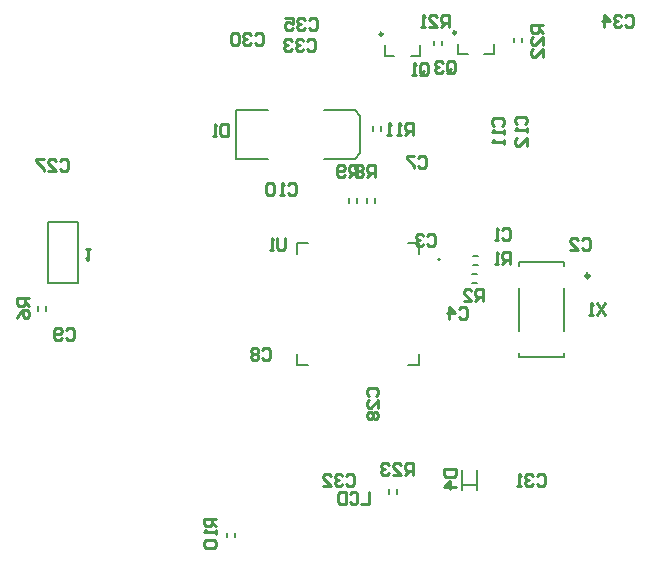
<source format=gbo>
G04*
G04 #@! TF.GenerationSoftware,Altium Limited,Altium Designer,18.0.12 (696)*
G04*
G04 Layer_Color=32896*
%FSLAX44Y44*%
%MOMM*%
G71*
G01*
G75*
%ADD12C,0.2500*%
%ADD13C,0.2000*%
%ADD14C,0.1524*%
%ADD15C,0.1270*%
%ADD16C,0.2540*%
%ADD106C,0.3000*%
D12*
X690640Y676730D02*
G03*
X690640Y676730I-1250J0D01*
G01*
X628433Y675460D02*
G03*
X628433Y675460I-1250J0D01*
G01*
D13*
X641040Y286290D02*
Y290290D01*
X634040Y286290D02*
Y290290D01*
X704120Y465130D02*
X708120D01*
X704120Y472130D02*
X708120D01*
X705390Y480370D02*
X709390D01*
X705390Y487370D02*
X709390D01*
X343860Y441230D02*
Y445230D01*
X336860Y441230D02*
Y445230D01*
X714390Y658480D02*
X722390D01*
Y667480D01*
X692390Y658480D02*
X700390D01*
X692390D02*
Y667480D01*
X679140Y666020D02*
Y670020D01*
X672140Y666020D02*
Y670020D01*
X652183Y657210D02*
X660183D01*
Y666210D01*
X630183Y657210D02*
X638183D01*
X630183D02*
Y666210D01*
X578740Y570050D02*
X604740D01*
X609240Y574550D02*
Y606550D01*
X504240Y570050D02*
Y611050D01*
X531240D01*
X504240Y570050D02*
X531240D01*
X604740Y570000D02*
X609240Y574550D01*
X604740Y611050D02*
X609240Y606550D01*
X578740Y611050D02*
X604740D01*
X599750Y532550D02*
Y536550D01*
X606750Y532550D02*
Y536550D01*
X614990Y532670D02*
Y536670D01*
X621990Y532670D02*
Y536670D01*
X496880Y249460D02*
Y253460D01*
X503880Y249460D02*
Y253460D01*
X746450Y668560D02*
Y672560D01*
X739450Y668560D02*
Y672560D01*
X627070Y593630D02*
Y597630D01*
X620070Y593630D02*
Y597630D01*
D14*
X676905Y484540D02*
G03*
X676905Y484540I-762J0D01*
G01*
X556326Y489384D02*
Y498348D01*
Y395732D02*
X565290D01*
X658942D02*
Y404696D01*
Y489384D02*
Y498348D01*
X556326D02*
X565290D01*
X556326Y395732D02*
Y404696D01*
X649977Y395732D02*
X658942D01*
X649977Y498348D02*
X658942D01*
D15*
X696060Y293830D02*
X708560D01*
Y306830D01*
Y289830D02*
Y293830D01*
X696060Y289830D02*
Y293830D01*
Y306830D01*
X744270Y479588D02*
Y482588D01*
X782270D01*
Y479588D02*
Y482588D01*
Y424588D02*
Y460588D01*
X744270Y424588D02*
Y460588D01*
Y402588D02*
Y405588D01*
Y402588D02*
X782270D01*
Y405588D01*
X345440Y464520D02*
Y516220D01*
Y464520D02*
X370840D01*
Y516220D01*
X345440D02*
X370840D01*
D16*
X680883Y307340D02*
X690880D01*
Y302342D01*
X689214Y300676D01*
X682549D01*
X680883Y302342D01*
Y307340D01*
X690880Y292345D02*
X680883D01*
X685882Y297343D01*
Y290679D01*
X328930Y452120D02*
X318933D01*
Y447122D01*
X320599Y445456D01*
X323932D01*
X325598Y447122D01*
Y452120D01*
Y448788D02*
X328930Y445456D01*
X318933Y435459D02*
X320599Y438791D01*
X323932Y442123D01*
X327264D01*
X328930Y440457D01*
Y437125D01*
X327264Y435459D01*
X325598D01*
X323932Y437125D01*
Y442123D01*
X606806Y554736D02*
Y564733D01*
X601808D01*
X600141Y563067D01*
Y559734D01*
X601808Y558068D01*
X606806D01*
X603474D02*
X600141Y554736D01*
X596809Y556402D02*
X595143Y554736D01*
X591811D01*
X590145Y556402D01*
Y563067D01*
X591811Y564733D01*
X595143D01*
X596809Y563067D01*
Y561400D01*
X595143Y559734D01*
X590145D01*
X622046Y554736D02*
Y564733D01*
X617048D01*
X615382Y563067D01*
Y559734D01*
X617048Y558068D01*
X622046D01*
X618714D02*
X615382Y554736D01*
X612049Y563067D02*
X610383Y564733D01*
X607051D01*
X605385Y563067D01*
Y561400D01*
X607051Y559734D01*
X605385Y558068D01*
Y556402D01*
X607051Y554736D01*
X610383D01*
X612049Y556402D01*
Y558068D01*
X610383Y559734D01*
X612049Y561400D01*
Y563067D01*
X610383Y559734D02*
X607051D01*
X487680Y265430D02*
X477683D01*
Y260432D01*
X479349Y258766D01*
X482682D01*
X484348Y260432D01*
Y265430D01*
Y262098D02*
X487680Y258766D01*
Y255433D02*
Y252101D01*
Y253767D01*
X477683D01*
X479349Y255433D01*
Y247103D02*
X477683Y245436D01*
Y242104D01*
X479349Y240438D01*
X486014D01*
X487680Y242104D01*
Y245436D01*
X486014Y247103D01*
X479349D01*
X360365Y424891D02*
X362032Y426557D01*
X365364D01*
X367030Y424891D01*
Y418226D01*
X365364Y416560D01*
X362032D01*
X360365Y418226D01*
X357033D02*
X355367Y416560D01*
X352035D01*
X350369Y418226D01*
Y424891D01*
X352035Y426557D01*
X355367D01*
X357033Y424891D01*
Y423224D01*
X355367Y421558D01*
X350369D01*
X566105Y687781D02*
X567772Y689447D01*
X571104D01*
X572770Y687781D01*
Y681116D01*
X571104Y679450D01*
X567772D01*
X566105Y681116D01*
X562773Y687781D02*
X561107Y689447D01*
X557775D01*
X556109Y687781D01*
Y686115D01*
X557775Y684448D01*
X559441D01*
X557775D01*
X556109Y682782D01*
Y681116D01*
X557775Y679450D01*
X561107D01*
X562773Y681116D01*
X546112Y689447D02*
X552776D01*
Y684448D01*
X549444Y686115D01*
X547778D01*
X546112Y684448D01*
Y681116D01*
X547778Y679450D01*
X551110D01*
X552776Y681116D01*
X834075Y690321D02*
X835742Y691987D01*
X839074D01*
X840740Y690321D01*
Y683656D01*
X839074Y681990D01*
X835742D01*
X834075Y683656D01*
X830743Y690321D02*
X829077Y691987D01*
X825745D01*
X824079Y690321D01*
Y688654D01*
X825745Y686988D01*
X827411D01*
X825745D01*
X824079Y685322D01*
Y683656D01*
X825745Y681990D01*
X829077D01*
X830743Y683656D01*
X815748Y681990D02*
Y691987D01*
X820746Y686988D01*
X814082D01*
X564836Y670001D02*
X566502Y671667D01*
X569834D01*
X571500Y670001D01*
Y663336D01*
X569834Y661670D01*
X566502D01*
X564836Y663336D01*
X561503Y670001D02*
X559837Y671667D01*
X556505D01*
X554839Y670001D01*
Y668335D01*
X556505Y666668D01*
X558171D01*
X556505D01*
X554839Y665002D01*
Y663336D01*
X556505Y661670D01*
X559837D01*
X561503Y663336D01*
X551506Y670001D02*
X549840Y671667D01*
X546508D01*
X544842Y670001D01*
Y668335D01*
X546508Y666668D01*
X548174D01*
X546508D01*
X544842Y665002D01*
Y663336D01*
X546508Y661670D01*
X549840D01*
X551506Y663336D01*
X597855Y301701D02*
X599522Y303367D01*
X602854D01*
X604520Y301701D01*
Y295036D01*
X602854Y293370D01*
X599522D01*
X597855Y295036D01*
X594523Y301701D02*
X592857Y303367D01*
X589525D01*
X587859Y301701D01*
Y300035D01*
X589525Y298368D01*
X591191D01*
X589525D01*
X587859Y296702D01*
Y295036D01*
X589525Y293370D01*
X592857D01*
X594523Y295036D01*
X577862Y293370D02*
X584526D01*
X577862Y300035D01*
Y301701D01*
X579528Y303367D01*
X582860D01*
X584526Y301701D01*
X526735Y408381D02*
X528402Y410047D01*
X531734D01*
X533400Y408381D01*
Y401716D01*
X531734Y400050D01*
X528402D01*
X526735Y401716D01*
X523403Y408381D02*
X521737Y410047D01*
X518405D01*
X516739Y408381D01*
Y406715D01*
X518405Y405048D01*
X516739Y403382D01*
Y401716D01*
X518405Y400050D01*
X521737D01*
X523403Y401716D01*
Y403382D01*
X521737Y405048D01*
X523403Y406715D01*
Y408381D01*
X521737Y405048D02*
X518405D01*
X658816Y570941D02*
X660482Y572607D01*
X663814D01*
X665480Y570941D01*
Y564276D01*
X663814Y562610D01*
X660482D01*
X658816Y564276D01*
X655483Y572607D02*
X648819D01*
Y570941D01*
X655483Y564276D01*
Y562610D01*
X617220Y288127D02*
Y278130D01*
X610555D01*
X600559Y286461D02*
X602225Y288127D01*
X605557D01*
X607223Y286461D01*
Y279796D01*
X605557Y278130D01*
X602225D01*
X600559Y279796D01*
X597226Y288127D02*
Y278130D01*
X592228D01*
X590562Y279796D01*
Y286461D01*
X592228Y288127D01*
X597226D01*
X742239Y599126D02*
X740573Y600792D01*
Y604124D01*
X742239Y605790D01*
X748904D01*
X750570Y604124D01*
Y600792D01*
X748904Y599126D01*
X750570Y595793D02*
Y592461D01*
Y594127D01*
X740573D01*
X742239Y595793D01*
X750570Y580798D02*
Y587463D01*
X743905Y580798D01*
X742239D01*
X740573Y582464D01*
Y585796D01*
X742239Y587463D01*
X759146Y301701D02*
X760812Y303367D01*
X764144D01*
X765810Y301701D01*
Y295036D01*
X764144Y293370D01*
X760812D01*
X759146Y295036D01*
X755813Y301701D02*
X754147Y303367D01*
X750815D01*
X749149Y301701D01*
Y300035D01*
X750815Y298368D01*
X752481D01*
X750815D01*
X749149Y296702D01*
Y295036D01*
X750815Y293370D01*
X754147D01*
X755813Y295036D01*
X745816Y293370D02*
X742484D01*
X744150D01*
Y303367D01*
X745816Y301701D01*
X520386Y675081D02*
X522052Y676747D01*
X525384D01*
X527050Y675081D01*
Y668416D01*
X525384Y666750D01*
X522052D01*
X520386Y668416D01*
X517053Y675081D02*
X515387Y676747D01*
X512055D01*
X510389Y675081D01*
Y673415D01*
X512055Y671748D01*
X513721D01*
X512055D01*
X510389Y670082D01*
Y668416D01*
X512055Y666750D01*
X515387D01*
X517053Y668416D01*
X507056Y675081D02*
X505390Y676747D01*
X502058D01*
X500392Y675081D01*
Y668416D01*
X502058Y666750D01*
X505390D01*
X507056Y668416D01*
Y675081D01*
X616616Y369362D02*
X614950Y371028D01*
Y374361D01*
X616616Y376027D01*
X623281D01*
X624947Y374361D01*
Y371028D01*
X623281Y369362D01*
X624947Y359366D02*
Y366030D01*
X618282Y359366D01*
X616616D01*
X614950Y361032D01*
Y364364D01*
X616616Y366030D01*
Y356033D02*
X614950Y354367D01*
Y351035D01*
X616616Y349369D01*
X618282D01*
X619948Y351035D01*
X621614Y349369D01*
X623281D01*
X624947Y351035D01*
Y354367D01*
X623281Y356033D01*
X621614D01*
X619948Y354367D01*
X618282Y356033D01*
X616616D01*
X619948Y354367D02*
Y351035D01*
X355285Y568401D02*
X356952Y570067D01*
X360284D01*
X361950Y568401D01*
Y561736D01*
X360284Y560070D01*
X356952D01*
X355285Y561736D01*
X345289Y560070D02*
X351953D01*
X345289Y566735D01*
Y568401D01*
X346955Y570067D01*
X350287D01*
X351953Y568401D01*
X341956Y570067D02*
X335292D01*
Y568401D01*
X341956Y561736D01*
Y560070D01*
X816610Y448147D02*
X809946Y438150D01*
Y448147D02*
X816610Y438150D01*
X806613D02*
X803281D01*
X804947D01*
Y448147D01*
X806613Y446481D01*
X546100Y502757D02*
Y494426D01*
X544434Y492760D01*
X541102D01*
X539436Y494426D01*
Y502757D01*
X536103Y492760D02*
X532771D01*
X534437D01*
Y502757D01*
X536103Y501091D01*
X654050Y302260D02*
Y312257D01*
X649052D01*
X647385Y310591D01*
Y307258D01*
X649052Y305592D01*
X654050D01*
X650718D02*
X647385Y302260D01*
X637389D02*
X644053D01*
X637389Y308925D01*
Y310591D01*
X639055Y312257D01*
X642387D01*
X644053Y310591D01*
X634056D02*
X632390Y312257D01*
X629058D01*
X627392Y310591D01*
Y308925D01*
X629058Y307258D01*
X630724D01*
X629058D01*
X627392Y305592D01*
Y303926D01*
X629058Y302260D01*
X632390D01*
X634056Y303926D01*
X764540Y683260D02*
X754543D01*
Y678262D01*
X756209Y676596D01*
X759542D01*
X761208Y678262D01*
Y683260D01*
Y679928D02*
X764540Y676596D01*
Y666599D02*
Y673263D01*
X757876Y666599D01*
X756209D01*
X754543Y668265D01*
Y671597D01*
X756209Y673263D01*
X764540Y656602D02*
Y663266D01*
X757876Y656602D01*
X756209D01*
X754543Y658268D01*
Y661600D01*
X756209Y663266D01*
X684530Y681990D02*
Y691987D01*
X679532D01*
X677866Y690321D01*
Y686988D01*
X679532Y685322D01*
X684530D01*
X681198D02*
X677866Y681990D01*
X667869D02*
X674533D01*
X667869Y688654D01*
Y690321D01*
X669535Y691987D01*
X672867D01*
X674533Y690321D01*
X664536Y681990D02*
X661204D01*
X662870D01*
Y691987D01*
X664536Y690321D01*
X654050Y590550D02*
Y600547D01*
X649052D01*
X647385Y598881D01*
Y595548D01*
X649052Y593882D01*
X654050D01*
X650718D02*
X647385Y590550D01*
X644053D02*
X640721D01*
X642387D01*
Y600547D01*
X644053Y598881D01*
X635723Y590550D02*
X632390D01*
X634056D01*
Y600547D01*
X635723Y598881D01*
X713740Y449580D02*
Y459577D01*
X708742D01*
X707076Y457911D01*
Y454578D01*
X708742Y452912D01*
X713740D01*
X710408D02*
X707076Y449580D01*
X697079D02*
X703743D01*
X697079Y456245D01*
Y457911D01*
X698745Y459577D01*
X702077D01*
X703743Y457911D01*
X736600Y480807D02*
Y490804D01*
X731602D01*
X729936Y489138D01*
Y485806D01*
X731602Y484140D01*
X736600D01*
X733268D02*
X729936Y480807D01*
X726603D02*
X723271D01*
X724937D01*
Y490804D01*
X726603Y489138D01*
X682945Y644286D02*
Y650951D01*
X684612Y652617D01*
X687944D01*
X689610Y650951D01*
Y644286D01*
X687944Y642620D01*
X684612D01*
X686278Y645952D02*
X682945Y642620D01*
X684612D02*
X682945Y644286D01*
X679613Y650951D02*
X677947Y652617D01*
X674615D01*
X672949Y650951D01*
Y649285D01*
X674615Y647618D01*
X676281D01*
X674615D01*
X672949Y645952D01*
Y644286D01*
X674615Y642620D01*
X677947D01*
X679613Y644286D01*
X660086Y643016D02*
Y649681D01*
X661752Y651347D01*
X665084D01*
X666750Y649681D01*
Y643016D01*
X665084Y641350D01*
X661752D01*
X663418Y644682D02*
X660086Y641350D01*
X661752D02*
X660086Y643016D01*
X656753Y641350D02*
X653421D01*
X655087D01*
Y651347D01*
X656753Y649681D01*
X497840Y599277D02*
Y589280D01*
X492842D01*
X491175Y590946D01*
Y597611D01*
X492842Y599277D01*
X497840D01*
X487843Y589280D02*
X484511D01*
X486177D01*
Y599277D01*
X487843Y597611D01*
X723189Y597855D02*
X721523Y599522D01*
Y602854D01*
X723189Y604520D01*
X729854D01*
X731520Y602854D01*
Y599522D01*
X729854Y597855D01*
X731520Y594523D02*
Y591191D01*
Y592857D01*
X721523D01*
X723189Y594523D01*
X731520Y586193D02*
Y582860D01*
Y584526D01*
X721523D01*
X723189Y586193D01*
X548326Y548081D02*
X549992Y549747D01*
X553324D01*
X554990Y548081D01*
Y541416D01*
X553324Y539750D01*
X549992D01*
X548326Y541416D01*
X544993Y539750D02*
X541661D01*
X543327D01*
Y549747D01*
X544993Y548081D01*
X536663D02*
X534996Y549747D01*
X531664D01*
X529998Y548081D01*
Y541416D01*
X531664Y539750D01*
X534996D01*
X536663Y541416D01*
Y548081D01*
X693105Y442671D02*
X694772Y444337D01*
X698104D01*
X699770Y442671D01*
Y436006D01*
X698104Y434340D01*
X694772D01*
X693105Y436006D01*
X684775Y434340D02*
Y444337D01*
X689773Y439338D01*
X683109D01*
X666435Y504901D02*
X668102Y506567D01*
X671434D01*
X673100Y504901D01*
Y498236D01*
X671434Y496570D01*
X668102D01*
X666435Y498236D01*
X663103Y504901D02*
X661437Y506567D01*
X658105D01*
X656439Y504901D01*
Y503234D01*
X658105Y501568D01*
X659771D01*
X658105D01*
X656439Y499902D01*
Y498236D01*
X658105Y496570D01*
X661437D01*
X663103Y498236D01*
X797245Y501091D02*
X798912Y502757D01*
X802244D01*
X803910Y501091D01*
Y494426D01*
X802244Y492760D01*
X798912D01*
X797245Y494426D01*
X787249Y492760D02*
X793913D01*
X787249Y499425D01*
Y501091D01*
X788915Y502757D01*
X792247D01*
X793913Y501091D01*
X729936Y509981D02*
X731602Y511647D01*
X734934D01*
X736600Y509981D01*
Y503316D01*
X734934Y501650D01*
X731602D01*
X729936Y503316D01*
X726603Y501650D02*
X723271D01*
X724937D01*
Y511647D01*
X726603Y509981D01*
X377190Y494030D02*
X380522D01*
X378856D01*
Y484033D01*
X377190Y485699D01*
D106*
X803470Y470887D02*
G03*
X803470Y470887I-1500J0D01*
G01*
M02*

</source>
